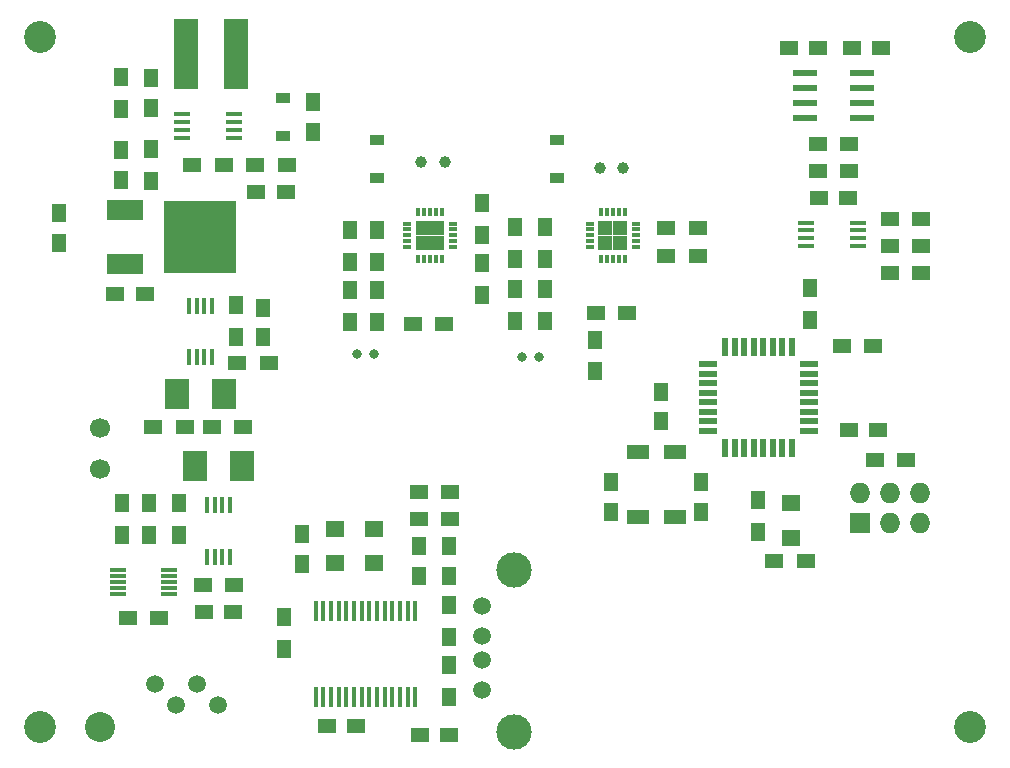
<source format=gts>
G04 #@! TF.FileFunction,Soldermask,Top*
%FSLAX46Y46*%
G04 Gerber Fmt 4.6, Leading zero omitted, Abs format (unit mm)*
G04 Created by KiCad (PCBNEW (2015-08-13 BZR 6091, Git 3774262)-product) date Mon 31 Aug 2015 09:37:37 AM EDT*
%MOMM*%
G01*
G04 APERTURE LIST*
%ADD10C,0.100000*%
%ADD11R,1.600000X1.400000*%
%ADD12C,1.500000*%
%ADD13R,1.300000X1.500000*%
%ADD14R,1.250000X1.500000*%
%ADD15R,1.500000X1.250000*%
%ADD16R,1.220000X0.910000*%
%ADD17R,1.727200X1.727200*%
%ADD18O,1.727200X1.727200*%
%ADD19R,2.000000X2.500000*%
%ADD20R,1.500000X1.300000*%
%ADD21R,1.600000X0.550000*%
%ADD22R,0.550000X1.600000*%
%ADD23R,0.450000X1.450000*%
%ADD24R,1.400000X0.300000*%
%ADD25R,3.048000X1.651000*%
%ADD26R,6.096000X6.096000*%
%ADD27R,1.450000X0.450000*%
%ADD28R,2.000000X6.000000*%
%ADD29R,1.900000X1.300000*%
%ADD30C,2.540000*%
%ADD31C,2.700000*%
%ADD32R,2.030000X0.610000*%
%ADD33C,1.700000*%
%ADD34C,1.000000*%
%ADD35C,1.501140*%
%ADD36C,2.999740*%
%ADD37R,0.450000X1.750000*%
%ADD38R,0.730000X0.300000*%
%ADD39R,0.300000X0.730000*%
%ADD40R,1.250000X1.250000*%
%ADD41C,0.800000*%
G04 APERTURE END LIST*
D10*
D11*
X167132000Y-95959000D03*
X167132000Y-98859000D03*
D12*
X115062000Y-113030000D03*
X118618000Y-113030000D03*
X116840000Y-111252000D03*
X113284000Y-111252000D03*
D13*
X140970000Y-75612000D03*
X140970000Y-78312000D03*
D11*
X131826000Y-101018000D03*
X131826000Y-98118000D03*
D13*
X138176000Y-104568000D03*
X138176000Y-107268000D03*
D14*
X156083000Y-89007000D03*
X156083000Y-86507000D03*
X151828500Y-94190500D03*
X151828500Y-96690500D03*
D15*
X171978000Y-89789000D03*
X174478000Y-89789000D03*
D14*
X159512000Y-94190500D03*
X159512000Y-96690500D03*
D15*
X117368000Y-105156000D03*
X119868000Y-105156000D03*
D14*
X122428000Y-81895000D03*
X122428000Y-79395000D03*
X125730000Y-101072000D03*
X125730000Y-98572000D03*
D15*
X127782000Y-114808000D03*
X130282000Y-114808000D03*
D14*
X135636000Y-102088000D03*
X135636000Y-99588000D03*
X112903000Y-59964000D03*
X112903000Y-62464000D03*
X105156000Y-71394000D03*
X105156000Y-73894000D03*
D15*
X109875000Y-78232000D03*
X112375000Y-78232000D03*
X121813000Y-69596000D03*
X124313000Y-69596000D03*
D14*
X110363000Y-68560000D03*
X110363000Y-66060000D03*
X126619000Y-64496000D03*
X126619000Y-61996000D03*
X138176000Y-102088000D03*
X138176000Y-99588000D03*
D15*
X138156000Y-115570000D03*
X135656000Y-115570000D03*
X171938000Y-70104000D03*
X169438000Y-70104000D03*
X174732000Y-57404000D03*
X172232000Y-57404000D03*
X166898000Y-57404000D03*
X169398000Y-57404000D03*
D16*
X132080000Y-65167000D03*
X132080000Y-68437000D03*
X147320000Y-65167000D03*
X147320000Y-68437000D03*
X124079000Y-64881000D03*
X124079000Y-61611000D03*
D17*
X172974000Y-97663000D03*
D18*
X172974000Y-95123000D03*
X175514000Y-97663000D03*
X175514000Y-95123000D03*
X178054000Y-97663000D03*
X178054000Y-95123000D03*
D19*
X116618000Y-92837000D03*
X120618000Y-92837000D03*
D20*
X172038000Y-65532000D03*
X169338000Y-65532000D03*
X172038000Y-67818000D03*
X169338000Y-67818000D03*
D13*
X132080000Y-75518000D03*
X132080000Y-72818000D03*
D20*
X174164000Y-92329000D03*
X176864000Y-92329000D03*
X171370000Y-82677000D03*
X174070000Y-82677000D03*
D13*
X168719500Y-80407500D03*
X168719500Y-77707500D03*
D20*
X168355000Y-100838000D03*
X165655000Y-100838000D03*
D13*
X112776000Y-95932000D03*
X112776000Y-98632000D03*
X110490000Y-98632000D03*
X110490000Y-95932000D03*
D20*
X120730000Y-89535000D03*
X118030000Y-89535000D03*
X115777000Y-89535000D03*
X113077000Y-89535000D03*
D13*
X115316000Y-98632000D03*
X115316000Y-95932000D03*
D20*
X120189000Y-84074000D03*
X122889000Y-84074000D03*
X117268000Y-102870000D03*
X119968000Y-102870000D03*
D13*
X120142000Y-81868000D03*
X120142000Y-79168000D03*
D20*
X110918000Y-105664000D03*
X113618000Y-105664000D03*
D13*
X129794000Y-72818000D03*
X129794000Y-75518000D03*
X146304000Y-75264000D03*
X146304000Y-72564000D03*
D20*
X153242000Y-79883000D03*
X150542000Y-79883000D03*
X156511000Y-75057000D03*
X159211000Y-75057000D03*
D13*
X140970000Y-73232000D03*
X140970000Y-70532000D03*
D20*
X156511000Y-72644000D03*
X159211000Y-72644000D03*
D13*
X132080000Y-77898000D03*
X132080000Y-80598000D03*
D20*
X119079000Y-67310000D03*
X116379000Y-67310000D03*
X124413000Y-67310000D03*
X121713000Y-67310000D03*
D13*
X112903000Y-68660000D03*
X112903000Y-65960000D03*
X110363000Y-62564000D03*
X110363000Y-59864000D03*
X138176000Y-112348000D03*
X138176000Y-109648000D03*
D20*
X138256000Y-94996000D03*
X135556000Y-94996000D03*
X138256000Y-97282000D03*
X135556000Y-97282000D03*
X178134000Y-71882000D03*
X175434000Y-71882000D03*
X175434000Y-74168000D03*
X178134000Y-74168000D03*
X175434000Y-76454000D03*
X178134000Y-76454000D03*
D21*
X160088000Y-84195000D03*
X160088000Y-84995000D03*
X160088000Y-85795000D03*
X160088000Y-86595000D03*
X160088000Y-87395000D03*
X160088000Y-88195000D03*
X160088000Y-88995000D03*
X160088000Y-89795000D03*
D22*
X161538000Y-91245000D03*
X162338000Y-91245000D03*
X163138000Y-91245000D03*
X163938000Y-91245000D03*
X164738000Y-91245000D03*
X165538000Y-91245000D03*
X166338000Y-91245000D03*
X167138000Y-91245000D03*
D21*
X168588000Y-89795000D03*
X168588000Y-88995000D03*
X168588000Y-88195000D03*
X168588000Y-87395000D03*
X168588000Y-86595000D03*
X168588000Y-85795000D03*
X168588000Y-84995000D03*
X168588000Y-84195000D03*
D22*
X167138000Y-82745000D03*
X166338000Y-82745000D03*
X165538000Y-82745000D03*
X164738000Y-82745000D03*
X163938000Y-82745000D03*
X163138000Y-82745000D03*
X162338000Y-82745000D03*
X161538000Y-82745000D03*
D23*
X119593000Y-96098000D03*
X118943000Y-96098000D03*
X118293000Y-96098000D03*
X117643000Y-96098000D03*
X117643000Y-100498000D03*
X118293000Y-100498000D03*
X118943000Y-100498000D03*
X119593000Y-100498000D03*
X116119000Y-83607000D03*
X116769000Y-83607000D03*
X117419000Y-83607000D03*
X118069000Y-83607000D03*
X118069000Y-79207000D03*
X117419000Y-79207000D03*
X116769000Y-79207000D03*
X116119000Y-79207000D03*
D24*
X114468000Y-103616000D03*
X114468000Y-103116000D03*
X114468000Y-102616000D03*
X114468000Y-102116000D03*
X114468000Y-101616000D03*
X110068000Y-101616000D03*
X110068000Y-102116000D03*
X110068000Y-102616000D03*
X110068000Y-103116000D03*
X110068000Y-103616000D03*
D25*
X110744000Y-71120000D03*
D26*
X117094000Y-73406000D03*
D25*
X110744000Y-75692000D03*
D27*
X115529000Y-63033000D03*
X115529000Y-63683000D03*
X115529000Y-64333000D03*
X115529000Y-64983000D03*
X119929000Y-64983000D03*
X119929000Y-64333000D03*
X119929000Y-63683000D03*
X119929000Y-63033000D03*
X168337571Y-72196000D03*
X168337571Y-72846000D03*
X168337571Y-73496000D03*
X168337571Y-74146000D03*
X172737571Y-74146000D03*
X172737571Y-73496000D03*
X172737571Y-72846000D03*
X172737571Y-72196000D03*
D28*
X115833000Y-57912000D03*
X120133000Y-57912000D03*
D29*
X157302000Y-91611000D03*
X157302000Y-97111000D03*
X154102000Y-91611000D03*
X154102000Y-97111000D03*
D30*
X108585000Y-114935000D03*
D31*
X103505000Y-114935000D03*
X103505000Y-56515000D03*
X182245000Y-56515000D03*
X182245000Y-114935000D03*
D32*
X168238000Y-59563000D03*
X168238000Y-60833000D03*
X168238000Y-62103000D03*
X168238000Y-63373000D03*
X173138000Y-59563000D03*
X173138000Y-60833000D03*
X173138000Y-62103000D03*
X173138000Y-63373000D03*
D33*
X108585000Y-93063000D03*
X108585000Y-89563000D03*
D34*
X135779000Y-67056000D03*
X137779000Y-67056000D03*
X150908000Y-67564000D03*
X152908000Y-67564000D03*
D11*
X128524000Y-101018000D03*
X128524000Y-98118000D03*
D13*
X124206000Y-105584000D03*
X124206000Y-108284000D03*
D35*
X140970000Y-104648000D03*
X140970000Y-107188000D03*
X140970000Y-109220000D03*
X140970000Y-111760000D03*
D36*
X143637000Y-101600000D03*
X143637000Y-115316000D03*
D19*
X115094000Y-86741000D03*
X119094000Y-86741000D03*
D13*
X143764000Y-72564000D03*
X143764000Y-75264000D03*
D20*
X137748000Y-80772000D03*
X135048000Y-80772000D03*
D13*
X129794000Y-80598000D03*
X129794000Y-77898000D03*
X146304000Y-77818000D03*
X146304000Y-80518000D03*
X143764000Y-80518000D03*
X143764000Y-77818000D03*
D37*
X126839000Y-112312000D03*
X127489000Y-112312000D03*
X128139000Y-112312000D03*
X128789000Y-112312000D03*
X129439000Y-112312000D03*
X130089000Y-112312000D03*
X130739000Y-112312000D03*
X131389000Y-112312000D03*
X132039000Y-112312000D03*
X132689000Y-112312000D03*
X133339000Y-112312000D03*
X133989000Y-112312000D03*
X134639000Y-112312000D03*
X135289000Y-112312000D03*
X135289000Y-105112000D03*
X134639000Y-105112000D03*
X133989000Y-105112000D03*
X133339000Y-105112000D03*
X132689000Y-105112000D03*
X132039000Y-105112000D03*
X131389000Y-105112000D03*
X130739000Y-105112000D03*
X130089000Y-105112000D03*
X129439000Y-105112000D03*
X128789000Y-105112000D03*
X128139000Y-105112000D03*
X127489000Y-105112000D03*
X126839000Y-105112000D03*
D38*
X134570000Y-72269000D03*
X134570000Y-72769000D03*
X134570000Y-73269000D03*
X134570000Y-73769000D03*
X134570000Y-74269000D03*
D39*
X135535000Y-75234000D03*
X136035000Y-75234000D03*
X136535000Y-75234000D03*
X137035000Y-75234000D03*
X137535000Y-75234000D03*
D38*
X138500000Y-74269000D03*
X138500000Y-73769000D03*
X138500000Y-73269000D03*
X138500000Y-72769000D03*
X138500000Y-72269000D03*
D39*
X137535000Y-71304000D03*
X137035000Y-71304000D03*
X136535000Y-71304000D03*
X136035000Y-71304000D03*
X135535000Y-71304000D03*
D40*
X137160000Y-73894000D03*
X137160000Y-72644000D03*
X135910000Y-73894000D03*
X135910000Y-72644000D03*
D38*
X150044000Y-72269000D03*
X150044000Y-72769000D03*
X150044000Y-73269000D03*
X150044000Y-73769000D03*
X150044000Y-74269000D03*
D39*
X151009000Y-75234000D03*
X151509000Y-75234000D03*
X152009000Y-75234000D03*
X152509000Y-75234000D03*
X153009000Y-75234000D03*
D38*
X153974000Y-74269000D03*
X153974000Y-73769000D03*
X153974000Y-73269000D03*
X153974000Y-72769000D03*
X153974000Y-72269000D03*
D39*
X153009000Y-71304000D03*
X152509000Y-71304000D03*
X152009000Y-71304000D03*
X151509000Y-71304000D03*
X151009000Y-71304000D03*
D40*
X152634000Y-73894000D03*
X152634000Y-72644000D03*
X151384000Y-73894000D03*
X151384000Y-72644000D03*
D41*
X131814000Y-83312000D03*
X130314000Y-83312000D03*
X145784000Y-83566000D03*
X144284000Y-83566000D03*
D13*
X150495000Y-84789000D03*
X150495000Y-82089000D03*
X164338000Y-95678000D03*
X164338000Y-98378000D03*
M02*

</source>
